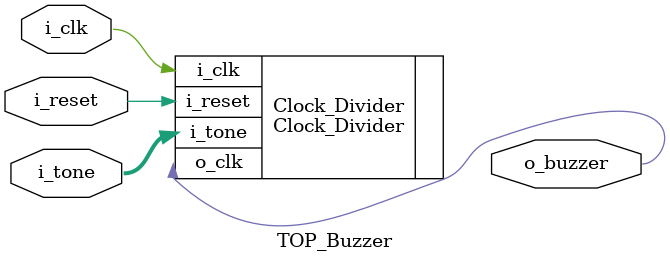
<source format=v>
`timescale 1ns / 1ps

module TOP_Buzzer(
    input i_clk,
    input i_reset,
    input[31:0] i_tone,
    output o_buzzer
    );

    
    Clock_Divider Clock_Divider(
    .i_clk(i_clk),
    .i_reset(i_reset),
    .i_tone(i_tone),
    .o_clk(o_buzzer) 
    );

endmodule

</source>
